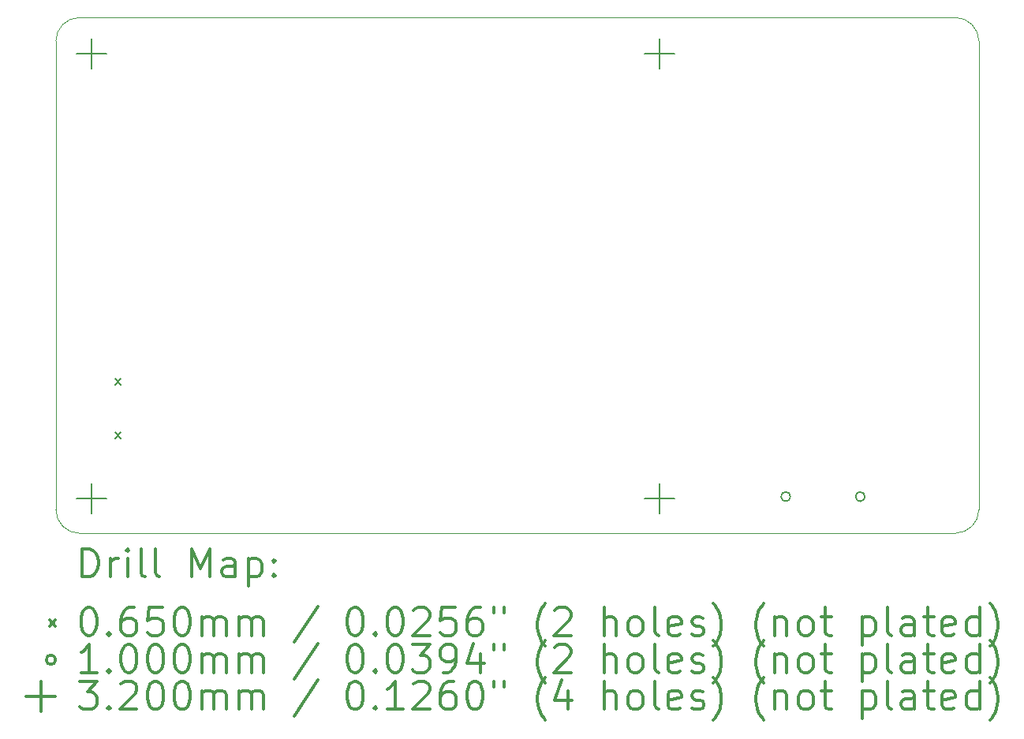
<source format=gbr>
%FSLAX45Y45*%
G04 Gerber Fmt 4.5, Leading zero omitted, Abs format (unit mm)*
G04 Created by KiCad (PCBNEW (5.1.10)-1) date 2022-01-24 19:44:06*
%MOMM*%
%LPD*%
G01*
G04 APERTURE LIST*
%TA.AperFunction,Profile*%
%ADD10C,0.050000*%
%TD*%
%ADD11C,0.200000*%
%ADD12C,0.300000*%
G04 APERTURE END LIST*
D10*
X12446000Y-7156450D02*
X12446000Y-12185650D01*
X2794000Y-12439650D02*
G75*
G02*
X2540000Y-12185650I0J254000D01*
G01*
X12192000Y-12439650D02*
G75*
G03*
X12446000Y-12185650I0J254000D01*
G01*
X2540000Y-12185650D02*
X2540000Y-7156450D01*
X2540000Y-7156450D02*
G75*
G02*
X2794000Y-6902450I254000J0D01*
G01*
X12192000Y-12439650D02*
X2794000Y-12439650D01*
X12192000Y-6902450D02*
G75*
G02*
X12446000Y-7156450I0J-254000D01*
G01*
X2794000Y-6902450D02*
X12192000Y-6902450D01*
D11*
X3173900Y-10778300D02*
X3238900Y-10843300D01*
X3238900Y-10778300D02*
X3173900Y-10843300D01*
X3173900Y-11356300D02*
X3238900Y-11421300D01*
X3238900Y-11356300D02*
X3173900Y-11421300D01*
X10423000Y-12046200D02*
G75*
G03*
X10423000Y-12046200I-50000J0D01*
G01*
X11223000Y-12046200D02*
G75*
G03*
X11223000Y-12046200I-50000J0D01*
G01*
X2921000Y-7129800D02*
X2921000Y-7449800D01*
X2761000Y-7289800D02*
X3081000Y-7289800D01*
X2921000Y-11905000D02*
X2921000Y-12225000D01*
X2761000Y-12065000D02*
X3081000Y-12065000D01*
X9017000Y-7129800D02*
X9017000Y-7449800D01*
X8857000Y-7289800D02*
X9177000Y-7289800D01*
X9017000Y-11905000D02*
X9017000Y-12225000D01*
X8857000Y-12065000D02*
X9177000Y-12065000D01*
D12*
X2823928Y-12907864D02*
X2823928Y-12607864D01*
X2895357Y-12607864D01*
X2938214Y-12622150D01*
X2966786Y-12650721D01*
X2981071Y-12679293D01*
X2995357Y-12736436D01*
X2995357Y-12779293D01*
X2981071Y-12836436D01*
X2966786Y-12865007D01*
X2938214Y-12893579D01*
X2895357Y-12907864D01*
X2823928Y-12907864D01*
X3123928Y-12907864D02*
X3123928Y-12707864D01*
X3123928Y-12765007D02*
X3138214Y-12736436D01*
X3152500Y-12722150D01*
X3181071Y-12707864D01*
X3209643Y-12707864D01*
X3309643Y-12907864D02*
X3309643Y-12707864D01*
X3309643Y-12607864D02*
X3295357Y-12622150D01*
X3309643Y-12636436D01*
X3323928Y-12622150D01*
X3309643Y-12607864D01*
X3309643Y-12636436D01*
X3495357Y-12907864D02*
X3466786Y-12893579D01*
X3452500Y-12865007D01*
X3452500Y-12607864D01*
X3652500Y-12907864D02*
X3623928Y-12893579D01*
X3609643Y-12865007D01*
X3609643Y-12607864D01*
X3995357Y-12907864D02*
X3995357Y-12607864D01*
X4095357Y-12822150D01*
X4195357Y-12607864D01*
X4195357Y-12907864D01*
X4466786Y-12907864D02*
X4466786Y-12750721D01*
X4452500Y-12722150D01*
X4423928Y-12707864D01*
X4366786Y-12707864D01*
X4338214Y-12722150D01*
X4466786Y-12893579D02*
X4438214Y-12907864D01*
X4366786Y-12907864D01*
X4338214Y-12893579D01*
X4323928Y-12865007D01*
X4323928Y-12836436D01*
X4338214Y-12807864D01*
X4366786Y-12793579D01*
X4438214Y-12793579D01*
X4466786Y-12779293D01*
X4609643Y-12707864D02*
X4609643Y-13007864D01*
X4609643Y-12722150D02*
X4638214Y-12707864D01*
X4695357Y-12707864D01*
X4723928Y-12722150D01*
X4738214Y-12736436D01*
X4752500Y-12765007D01*
X4752500Y-12850721D01*
X4738214Y-12879293D01*
X4723928Y-12893579D01*
X4695357Y-12907864D01*
X4638214Y-12907864D01*
X4609643Y-12893579D01*
X4881071Y-12879293D02*
X4895357Y-12893579D01*
X4881071Y-12907864D01*
X4866786Y-12893579D01*
X4881071Y-12879293D01*
X4881071Y-12907864D01*
X4881071Y-12722150D02*
X4895357Y-12736436D01*
X4881071Y-12750721D01*
X4866786Y-12736436D01*
X4881071Y-12722150D01*
X4881071Y-12750721D01*
X2472500Y-13369650D02*
X2537500Y-13434650D01*
X2537500Y-13369650D02*
X2472500Y-13434650D01*
X2881071Y-13237864D02*
X2909643Y-13237864D01*
X2938214Y-13252150D01*
X2952500Y-13266436D01*
X2966786Y-13295007D01*
X2981071Y-13352150D01*
X2981071Y-13423579D01*
X2966786Y-13480721D01*
X2952500Y-13509293D01*
X2938214Y-13523579D01*
X2909643Y-13537864D01*
X2881071Y-13537864D01*
X2852500Y-13523579D01*
X2838214Y-13509293D01*
X2823928Y-13480721D01*
X2809643Y-13423579D01*
X2809643Y-13352150D01*
X2823928Y-13295007D01*
X2838214Y-13266436D01*
X2852500Y-13252150D01*
X2881071Y-13237864D01*
X3109643Y-13509293D02*
X3123928Y-13523579D01*
X3109643Y-13537864D01*
X3095357Y-13523579D01*
X3109643Y-13509293D01*
X3109643Y-13537864D01*
X3381071Y-13237864D02*
X3323928Y-13237864D01*
X3295357Y-13252150D01*
X3281071Y-13266436D01*
X3252500Y-13309293D01*
X3238214Y-13366436D01*
X3238214Y-13480721D01*
X3252500Y-13509293D01*
X3266786Y-13523579D01*
X3295357Y-13537864D01*
X3352500Y-13537864D01*
X3381071Y-13523579D01*
X3395357Y-13509293D01*
X3409643Y-13480721D01*
X3409643Y-13409293D01*
X3395357Y-13380721D01*
X3381071Y-13366436D01*
X3352500Y-13352150D01*
X3295357Y-13352150D01*
X3266786Y-13366436D01*
X3252500Y-13380721D01*
X3238214Y-13409293D01*
X3681071Y-13237864D02*
X3538214Y-13237864D01*
X3523928Y-13380721D01*
X3538214Y-13366436D01*
X3566786Y-13352150D01*
X3638214Y-13352150D01*
X3666786Y-13366436D01*
X3681071Y-13380721D01*
X3695357Y-13409293D01*
X3695357Y-13480721D01*
X3681071Y-13509293D01*
X3666786Y-13523579D01*
X3638214Y-13537864D01*
X3566786Y-13537864D01*
X3538214Y-13523579D01*
X3523928Y-13509293D01*
X3881071Y-13237864D02*
X3909643Y-13237864D01*
X3938214Y-13252150D01*
X3952500Y-13266436D01*
X3966786Y-13295007D01*
X3981071Y-13352150D01*
X3981071Y-13423579D01*
X3966786Y-13480721D01*
X3952500Y-13509293D01*
X3938214Y-13523579D01*
X3909643Y-13537864D01*
X3881071Y-13537864D01*
X3852500Y-13523579D01*
X3838214Y-13509293D01*
X3823928Y-13480721D01*
X3809643Y-13423579D01*
X3809643Y-13352150D01*
X3823928Y-13295007D01*
X3838214Y-13266436D01*
X3852500Y-13252150D01*
X3881071Y-13237864D01*
X4109643Y-13537864D02*
X4109643Y-13337864D01*
X4109643Y-13366436D02*
X4123928Y-13352150D01*
X4152500Y-13337864D01*
X4195357Y-13337864D01*
X4223928Y-13352150D01*
X4238214Y-13380721D01*
X4238214Y-13537864D01*
X4238214Y-13380721D02*
X4252500Y-13352150D01*
X4281071Y-13337864D01*
X4323928Y-13337864D01*
X4352500Y-13352150D01*
X4366786Y-13380721D01*
X4366786Y-13537864D01*
X4509643Y-13537864D02*
X4509643Y-13337864D01*
X4509643Y-13366436D02*
X4523928Y-13352150D01*
X4552500Y-13337864D01*
X4595357Y-13337864D01*
X4623928Y-13352150D01*
X4638214Y-13380721D01*
X4638214Y-13537864D01*
X4638214Y-13380721D02*
X4652500Y-13352150D01*
X4681071Y-13337864D01*
X4723928Y-13337864D01*
X4752500Y-13352150D01*
X4766786Y-13380721D01*
X4766786Y-13537864D01*
X5352500Y-13223579D02*
X5095357Y-13609293D01*
X5738214Y-13237864D02*
X5766786Y-13237864D01*
X5795357Y-13252150D01*
X5809643Y-13266436D01*
X5823928Y-13295007D01*
X5838214Y-13352150D01*
X5838214Y-13423579D01*
X5823928Y-13480721D01*
X5809643Y-13509293D01*
X5795357Y-13523579D01*
X5766786Y-13537864D01*
X5738214Y-13537864D01*
X5709643Y-13523579D01*
X5695357Y-13509293D01*
X5681071Y-13480721D01*
X5666786Y-13423579D01*
X5666786Y-13352150D01*
X5681071Y-13295007D01*
X5695357Y-13266436D01*
X5709643Y-13252150D01*
X5738214Y-13237864D01*
X5966786Y-13509293D02*
X5981071Y-13523579D01*
X5966786Y-13537864D01*
X5952500Y-13523579D01*
X5966786Y-13509293D01*
X5966786Y-13537864D01*
X6166786Y-13237864D02*
X6195357Y-13237864D01*
X6223928Y-13252150D01*
X6238214Y-13266436D01*
X6252500Y-13295007D01*
X6266786Y-13352150D01*
X6266786Y-13423579D01*
X6252500Y-13480721D01*
X6238214Y-13509293D01*
X6223928Y-13523579D01*
X6195357Y-13537864D01*
X6166786Y-13537864D01*
X6138214Y-13523579D01*
X6123928Y-13509293D01*
X6109643Y-13480721D01*
X6095357Y-13423579D01*
X6095357Y-13352150D01*
X6109643Y-13295007D01*
X6123928Y-13266436D01*
X6138214Y-13252150D01*
X6166786Y-13237864D01*
X6381071Y-13266436D02*
X6395357Y-13252150D01*
X6423928Y-13237864D01*
X6495357Y-13237864D01*
X6523928Y-13252150D01*
X6538214Y-13266436D01*
X6552500Y-13295007D01*
X6552500Y-13323579D01*
X6538214Y-13366436D01*
X6366786Y-13537864D01*
X6552500Y-13537864D01*
X6823928Y-13237864D02*
X6681071Y-13237864D01*
X6666786Y-13380721D01*
X6681071Y-13366436D01*
X6709643Y-13352150D01*
X6781071Y-13352150D01*
X6809643Y-13366436D01*
X6823928Y-13380721D01*
X6838214Y-13409293D01*
X6838214Y-13480721D01*
X6823928Y-13509293D01*
X6809643Y-13523579D01*
X6781071Y-13537864D01*
X6709643Y-13537864D01*
X6681071Y-13523579D01*
X6666786Y-13509293D01*
X7095357Y-13237864D02*
X7038214Y-13237864D01*
X7009643Y-13252150D01*
X6995357Y-13266436D01*
X6966786Y-13309293D01*
X6952500Y-13366436D01*
X6952500Y-13480721D01*
X6966786Y-13509293D01*
X6981071Y-13523579D01*
X7009643Y-13537864D01*
X7066786Y-13537864D01*
X7095357Y-13523579D01*
X7109643Y-13509293D01*
X7123928Y-13480721D01*
X7123928Y-13409293D01*
X7109643Y-13380721D01*
X7095357Y-13366436D01*
X7066786Y-13352150D01*
X7009643Y-13352150D01*
X6981071Y-13366436D01*
X6966786Y-13380721D01*
X6952500Y-13409293D01*
X7238214Y-13237864D02*
X7238214Y-13295007D01*
X7352500Y-13237864D02*
X7352500Y-13295007D01*
X7795357Y-13652150D02*
X7781071Y-13637864D01*
X7752500Y-13595007D01*
X7738214Y-13566436D01*
X7723928Y-13523579D01*
X7709643Y-13452150D01*
X7709643Y-13395007D01*
X7723928Y-13323579D01*
X7738214Y-13280721D01*
X7752500Y-13252150D01*
X7781071Y-13209293D01*
X7795357Y-13195007D01*
X7895357Y-13266436D02*
X7909643Y-13252150D01*
X7938214Y-13237864D01*
X8009643Y-13237864D01*
X8038214Y-13252150D01*
X8052500Y-13266436D01*
X8066786Y-13295007D01*
X8066786Y-13323579D01*
X8052500Y-13366436D01*
X7881071Y-13537864D01*
X8066786Y-13537864D01*
X8423928Y-13537864D02*
X8423928Y-13237864D01*
X8552500Y-13537864D02*
X8552500Y-13380721D01*
X8538214Y-13352150D01*
X8509643Y-13337864D01*
X8466786Y-13337864D01*
X8438214Y-13352150D01*
X8423928Y-13366436D01*
X8738214Y-13537864D02*
X8709643Y-13523579D01*
X8695357Y-13509293D01*
X8681071Y-13480721D01*
X8681071Y-13395007D01*
X8695357Y-13366436D01*
X8709643Y-13352150D01*
X8738214Y-13337864D01*
X8781071Y-13337864D01*
X8809643Y-13352150D01*
X8823928Y-13366436D01*
X8838214Y-13395007D01*
X8838214Y-13480721D01*
X8823928Y-13509293D01*
X8809643Y-13523579D01*
X8781071Y-13537864D01*
X8738214Y-13537864D01*
X9009643Y-13537864D02*
X8981071Y-13523579D01*
X8966786Y-13495007D01*
X8966786Y-13237864D01*
X9238214Y-13523579D02*
X9209643Y-13537864D01*
X9152500Y-13537864D01*
X9123928Y-13523579D01*
X9109643Y-13495007D01*
X9109643Y-13380721D01*
X9123928Y-13352150D01*
X9152500Y-13337864D01*
X9209643Y-13337864D01*
X9238214Y-13352150D01*
X9252500Y-13380721D01*
X9252500Y-13409293D01*
X9109643Y-13437864D01*
X9366786Y-13523579D02*
X9395357Y-13537864D01*
X9452500Y-13537864D01*
X9481071Y-13523579D01*
X9495357Y-13495007D01*
X9495357Y-13480721D01*
X9481071Y-13452150D01*
X9452500Y-13437864D01*
X9409643Y-13437864D01*
X9381071Y-13423579D01*
X9366786Y-13395007D01*
X9366786Y-13380721D01*
X9381071Y-13352150D01*
X9409643Y-13337864D01*
X9452500Y-13337864D01*
X9481071Y-13352150D01*
X9595357Y-13652150D02*
X9609643Y-13637864D01*
X9638214Y-13595007D01*
X9652500Y-13566436D01*
X9666786Y-13523579D01*
X9681071Y-13452150D01*
X9681071Y-13395007D01*
X9666786Y-13323579D01*
X9652500Y-13280721D01*
X9638214Y-13252150D01*
X9609643Y-13209293D01*
X9595357Y-13195007D01*
X10138214Y-13652150D02*
X10123928Y-13637864D01*
X10095357Y-13595007D01*
X10081071Y-13566436D01*
X10066786Y-13523579D01*
X10052500Y-13452150D01*
X10052500Y-13395007D01*
X10066786Y-13323579D01*
X10081071Y-13280721D01*
X10095357Y-13252150D01*
X10123928Y-13209293D01*
X10138214Y-13195007D01*
X10252500Y-13337864D02*
X10252500Y-13537864D01*
X10252500Y-13366436D02*
X10266786Y-13352150D01*
X10295357Y-13337864D01*
X10338214Y-13337864D01*
X10366786Y-13352150D01*
X10381071Y-13380721D01*
X10381071Y-13537864D01*
X10566786Y-13537864D02*
X10538214Y-13523579D01*
X10523928Y-13509293D01*
X10509643Y-13480721D01*
X10509643Y-13395007D01*
X10523928Y-13366436D01*
X10538214Y-13352150D01*
X10566786Y-13337864D01*
X10609643Y-13337864D01*
X10638214Y-13352150D01*
X10652500Y-13366436D01*
X10666786Y-13395007D01*
X10666786Y-13480721D01*
X10652500Y-13509293D01*
X10638214Y-13523579D01*
X10609643Y-13537864D01*
X10566786Y-13537864D01*
X10752500Y-13337864D02*
X10866786Y-13337864D01*
X10795357Y-13237864D02*
X10795357Y-13495007D01*
X10809643Y-13523579D01*
X10838214Y-13537864D01*
X10866786Y-13537864D01*
X11195357Y-13337864D02*
X11195357Y-13637864D01*
X11195357Y-13352150D02*
X11223928Y-13337864D01*
X11281071Y-13337864D01*
X11309643Y-13352150D01*
X11323928Y-13366436D01*
X11338214Y-13395007D01*
X11338214Y-13480721D01*
X11323928Y-13509293D01*
X11309643Y-13523579D01*
X11281071Y-13537864D01*
X11223928Y-13537864D01*
X11195357Y-13523579D01*
X11509643Y-13537864D02*
X11481071Y-13523579D01*
X11466786Y-13495007D01*
X11466786Y-13237864D01*
X11752500Y-13537864D02*
X11752500Y-13380721D01*
X11738214Y-13352150D01*
X11709643Y-13337864D01*
X11652500Y-13337864D01*
X11623928Y-13352150D01*
X11752500Y-13523579D02*
X11723928Y-13537864D01*
X11652500Y-13537864D01*
X11623928Y-13523579D01*
X11609643Y-13495007D01*
X11609643Y-13466436D01*
X11623928Y-13437864D01*
X11652500Y-13423579D01*
X11723928Y-13423579D01*
X11752500Y-13409293D01*
X11852500Y-13337864D02*
X11966786Y-13337864D01*
X11895357Y-13237864D02*
X11895357Y-13495007D01*
X11909643Y-13523579D01*
X11938214Y-13537864D01*
X11966786Y-13537864D01*
X12181071Y-13523579D02*
X12152500Y-13537864D01*
X12095357Y-13537864D01*
X12066786Y-13523579D01*
X12052500Y-13495007D01*
X12052500Y-13380721D01*
X12066786Y-13352150D01*
X12095357Y-13337864D01*
X12152500Y-13337864D01*
X12181071Y-13352150D01*
X12195357Y-13380721D01*
X12195357Y-13409293D01*
X12052500Y-13437864D01*
X12452500Y-13537864D02*
X12452500Y-13237864D01*
X12452500Y-13523579D02*
X12423928Y-13537864D01*
X12366786Y-13537864D01*
X12338214Y-13523579D01*
X12323928Y-13509293D01*
X12309643Y-13480721D01*
X12309643Y-13395007D01*
X12323928Y-13366436D01*
X12338214Y-13352150D01*
X12366786Y-13337864D01*
X12423928Y-13337864D01*
X12452500Y-13352150D01*
X12566786Y-13652150D02*
X12581071Y-13637864D01*
X12609643Y-13595007D01*
X12623928Y-13566436D01*
X12638214Y-13523579D01*
X12652500Y-13452150D01*
X12652500Y-13395007D01*
X12638214Y-13323579D01*
X12623928Y-13280721D01*
X12609643Y-13252150D01*
X12581071Y-13209293D01*
X12566786Y-13195007D01*
X2537500Y-13798150D02*
G75*
G03*
X2537500Y-13798150I-50000J0D01*
G01*
X2981071Y-13933864D02*
X2809643Y-13933864D01*
X2895357Y-13933864D02*
X2895357Y-13633864D01*
X2866786Y-13676721D01*
X2838214Y-13705293D01*
X2809643Y-13719579D01*
X3109643Y-13905293D02*
X3123928Y-13919579D01*
X3109643Y-13933864D01*
X3095357Y-13919579D01*
X3109643Y-13905293D01*
X3109643Y-13933864D01*
X3309643Y-13633864D02*
X3338214Y-13633864D01*
X3366786Y-13648150D01*
X3381071Y-13662436D01*
X3395357Y-13691007D01*
X3409643Y-13748150D01*
X3409643Y-13819579D01*
X3395357Y-13876721D01*
X3381071Y-13905293D01*
X3366786Y-13919579D01*
X3338214Y-13933864D01*
X3309643Y-13933864D01*
X3281071Y-13919579D01*
X3266786Y-13905293D01*
X3252500Y-13876721D01*
X3238214Y-13819579D01*
X3238214Y-13748150D01*
X3252500Y-13691007D01*
X3266786Y-13662436D01*
X3281071Y-13648150D01*
X3309643Y-13633864D01*
X3595357Y-13633864D02*
X3623928Y-13633864D01*
X3652500Y-13648150D01*
X3666786Y-13662436D01*
X3681071Y-13691007D01*
X3695357Y-13748150D01*
X3695357Y-13819579D01*
X3681071Y-13876721D01*
X3666786Y-13905293D01*
X3652500Y-13919579D01*
X3623928Y-13933864D01*
X3595357Y-13933864D01*
X3566786Y-13919579D01*
X3552500Y-13905293D01*
X3538214Y-13876721D01*
X3523928Y-13819579D01*
X3523928Y-13748150D01*
X3538214Y-13691007D01*
X3552500Y-13662436D01*
X3566786Y-13648150D01*
X3595357Y-13633864D01*
X3881071Y-13633864D02*
X3909643Y-13633864D01*
X3938214Y-13648150D01*
X3952500Y-13662436D01*
X3966786Y-13691007D01*
X3981071Y-13748150D01*
X3981071Y-13819579D01*
X3966786Y-13876721D01*
X3952500Y-13905293D01*
X3938214Y-13919579D01*
X3909643Y-13933864D01*
X3881071Y-13933864D01*
X3852500Y-13919579D01*
X3838214Y-13905293D01*
X3823928Y-13876721D01*
X3809643Y-13819579D01*
X3809643Y-13748150D01*
X3823928Y-13691007D01*
X3838214Y-13662436D01*
X3852500Y-13648150D01*
X3881071Y-13633864D01*
X4109643Y-13933864D02*
X4109643Y-13733864D01*
X4109643Y-13762436D02*
X4123928Y-13748150D01*
X4152500Y-13733864D01*
X4195357Y-13733864D01*
X4223928Y-13748150D01*
X4238214Y-13776721D01*
X4238214Y-13933864D01*
X4238214Y-13776721D02*
X4252500Y-13748150D01*
X4281071Y-13733864D01*
X4323928Y-13733864D01*
X4352500Y-13748150D01*
X4366786Y-13776721D01*
X4366786Y-13933864D01*
X4509643Y-13933864D02*
X4509643Y-13733864D01*
X4509643Y-13762436D02*
X4523928Y-13748150D01*
X4552500Y-13733864D01*
X4595357Y-13733864D01*
X4623928Y-13748150D01*
X4638214Y-13776721D01*
X4638214Y-13933864D01*
X4638214Y-13776721D02*
X4652500Y-13748150D01*
X4681071Y-13733864D01*
X4723928Y-13733864D01*
X4752500Y-13748150D01*
X4766786Y-13776721D01*
X4766786Y-13933864D01*
X5352500Y-13619579D02*
X5095357Y-14005293D01*
X5738214Y-13633864D02*
X5766786Y-13633864D01*
X5795357Y-13648150D01*
X5809643Y-13662436D01*
X5823928Y-13691007D01*
X5838214Y-13748150D01*
X5838214Y-13819579D01*
X5823928Y-13876721D01*
X5809643Y-13905293D01*
X5795357Y-13919579D01*
X5766786Y-13933864D01*
X5738214Y-13933864D01*
X5709643Y-13919579D01*
X5695357Y-13905293D01*
X5681071Y-13876721D01*
X5666786Y-13819579D01*
X5666786Y-13748150D01*
X5681071Y-13691007D01*
X5695357Y-13662436D01*
X5709643Y-13648150D01*
X5738214Y-13633864D01*
X5966786Y-13905293D02*
X5981071Y-13919579D01*
X5966786Y-13933864D01*
X5952500Y-13919579D01*
X5966786Y-13905293D01*
X5966786Y-13933864D01*
X6166786Y-13633864D02*
X6195357Y-13633864D01*
X6223928Y-13648150D01*
X6238214Y-13662436D01*
X6252500Y-13691007D01*
X6266786Y-13748150D01*
X6266786Y-13819579D01*
X6252500Y-13876721D01*
X6238214Y-13905293D01*
X6223928Y-13919579D01*
X6195357Y-13933864D01*
X6166786Y-13933864D01*
X6138214Y-13919579D01*
X6123928Y-13905293D01*
X6109643Y-13876721D01*
X6095357Y-13819579D01*
X6095357Y-13748150D01*
X6109643Y-13691007D01*
X6123928Y-13662436D01*
X6138214Y-13648150D01*
X6166786Y-13633864D01*
X6366786Y-13633864D02*
X6552500Y-13633864D01*
X6452500Y-13748150D01*
X6495357Y-13748150D01*
X6523928Y-13762436D01*
X6538214Y-13776721D01*
X6552500Y-13805293D01*
X6552500Y-13876721D01*
X6538214Y-13905293D01*
X6523928Y-13919579D01*
X6495357Y-13933864D01*
X6409643Y-13933864D01*
X6381071Y-13919579D01*
X6366786Y-13905293D01*
X6695357Y-13933864D02*
X6752500Y-13933864D01*
X6781071Y-13919579D01*
X6795357Y-13905293D01*
X6823928Y-13862436D01*
X6838214Y-13805293D01*
X6838214Y-13691007D01*
X6823928Y-13662436D01*
X6809643Y-13648150D01*
X6781071Y-13633864D01*
X6723928Y-13633864D01*
X6695357Y-13648150D01*
X6681071Y-13662436D01*
X6666786Y-13691007D01*
X6666786Y-13762436D01*
X6681071Y-13791007D01*
X6695357Y-13805293D01*
X6723928Y-13819579D01*
X6781071Y-13819579D01*
X6809643Y-13805293D01*
X6823928Y-13791007D01*
X6838214Y-13762436D01*
X7095357Y-13733864D02*
X7095357Y-13933864D01*
X7023928Y-13619579D02*
X6952500Y-13833864D01*
X7138214Y-13833864D01*
X7238214Y-13633864D02*
X7238214Y-13691007D01*
X7352500Y-13633864D02*
X7352500Y-13691007D01*
X7795357Y-14048150D02*
X7781071Y-14033864D01*
X7752500Y-13991007D01*
X7738214Y-13962436D01*
X7723928Y-13919579D01*
X7709643Y-13848150D01*
X7709643Y-13791007D01*
X7723928Y-13719579D01*
X7738214Y-13676721D01*
X7752500Y-13648150D01*
X7781071Y-13605293D01*
X7795357Y-13591007D01*
X7895357Y-13662436D02*
X7909643Y-13648150D01*
X7938214Y-13633864D01*
X8009643Y-13633864D01*
X8038214Y-13648150D01*
X8052500Y-13662436D01*
X8066786Y-13691007D01*
X8066786Y-13719579D01*
X8052500Y-13762436D01*
X7881071Y-13933864D01*
X8066786Y-13933864D01*
X8423928Y-13933864D02*
X8423928Y-13633864D01*
X8552500Y-13933864D02*
X8552500Y-13776721D01*
X8538214Y-13748150D01*
X8509643Y-13733864D01*
X8466786Y-13733864D01*
X8438214Y-13748150D01*
X8423928Y-13762436D01*
X8738214Y-13933864D02*
X8709643Y-13919579D01*
X8695357Y-13905293D01*
X8681071Y-13876721D01*
X8681071Y-13791007D01*
X8695357Y-13762436D01*
X8709643Y-13748150D01*
X8738214Y-13733864D01*
X8781071Y-13733864D01*
X8809643Y-13748150D01*
X8823928Y-13762436D01*
X8838214Y-13791007D01*
X8838214Y-13876721D01*
X8823928Y-13905293D01*
X8809643Y-13919579D01*
X8781071Y-13933864D01*
X8738214Y-13933864D01*
X9009643Y-13933864D02*
X8981071Y-13919579D01*
X8966786Y-13891007D01*
X8966786Y-13633864D01*
X9238214Y-13919579D02*
X9209643Y-13933864D01*
X9152500Y-13933864D01*
X9123928Y-13919579D01*
X9109643Y-13891007D01*
X9109643Y-13776721D01*
X9123928Y-13748150D01*
X9152500Y-13733864D01*
X9209643Y-13733864D01*
X9238214Y-13748150D01*
X9252500Y-13776721D01*
X9252500Y-13805293D01*
X9109643Y-13833864D01*
X9366786Y-13919579D02*
X9395357Y-13933864D01*
X9452500Y-13933864D01*
X9481071Y-13919579D01*
X9495357Y-13891007D01*
X9495357Y-13876721D01*
X9481071Y-13848150D01*
X9452500Y-13833864D01*
X9409643Y-13833864D01*
X9381071Y-13819579D01*
X9366786Y-13791007D01*
X9366786Y-13776721D01*
X9381071Y-13748150D01*
X9409643Y-13733864D01*
X9452500Y-13733864D01*
X9481071Y-13748150D01*
X9595357Y-14048150D02*
X9609643Y-14033864D01*
X9638214Y-13991007D01*
X9652500Y-13962436D01*
X9666786Y-13919579D01*
X9681071Y-13848150D01*
X9681071Y-13791007D01*
X9666786Y-13719579D01*
X9652500Y-13676721D01*
X9638214Y-13648150D01*
X9609643Y-13605293D01*
X9595357Y-13591007D01*
X10138214Y-14048150D02*
X10123928Y-14033864D01*
X10095357Y-13991007D01*
X10081071Y-13962436D01*
X10066786Y-13919579D01*
X10052500Y-13848150D01*
X10052500Y-13791007D01*
X10066786Y-13719579D01*
X10081071Y-13676721D01*
X10095357Y-13648150D01*
X10123928Y-13605293D01*
X10138214Y-13591007D01*
X10252500Y-13733864D02*
X10252500Y-13933864D01*
X10252500Y-13762436D02*
X10266786Y-13748150D01*
X10295357Y-13733864D01*
X10338214Y-13733864D01*
X10366786Y-13748150D01*
X10381071Y-13776721D01*
X10381071Y-13933864D01*
X10566786Y-13933864D02*
X10538214Y-13919579D01*
X10523928Y-13905293D01*
X10509643Y-13876721D01*
X10509643Y-13791007D01*
X10523928Y-13762436D01*
X10538214Y-13748150D01*
X10566786Y-13733864D01*
X10609643Y-13733864D01*
X10638214Y-13748150D01*
X10652500Y-13762436D01*
X10666786Y-13791007D01*
X10666786Y-13876721D01*
X10652500Y-13905293D01*
X10638214Y-13919579D01*
X10609643Y-13933864D01*
X10566786Y-13933864D01*
X10752500Y-13733864D02*
X10866786Y-13733864D01*
X10795357Y-13633864D02*
X10795357Y-13891007D01*
X10809643Y-13919579D01*
X10838214Y-13933864D01*
X10866786Y-13933864D01*
X11195357Y-13733864D02*
X11195357Y-14033864D01*
X11195357Y-13748150D02*
X11223928Y-13733864D01*
X11281071Y-13733864D01*
X11309643Y-13748150D01*
X11323928Y-13762436D01*
X11338214Y-13791007D01*
X11338214Y-13876721D01*
X11323928Y-13905293D01*
X11309643Y-13919579D01*
X11281071Y-13933864D01*
X11223928Y-13933864D01*
X11195357Y-13919579D01*
X11509643Y-13933864D02*
X11481071Y-13919579D01*
X11466786Y-13891007D01*
X11466786Y-13633864D01*
X11752500Y-13933864D02*
X11752500Y-13776721D01*
X11738214Y-13748150D01*
X11709643Y-13733864D01*
X11652500Y-13733864D01*
X11623928Y-13748150D01*
X11752500Y-13919579D02*
X11723928Y-13933864D01*
X11652500Y-13933864D01*
X11623928Y-13919579D01*
X11609643Y-13891007D01*
X11609643Y-13862436D01*
X11623928Y-13833864D01*
X11652500Y-13819579D01*
X11723928Y-13819579D01*
X11752500Y-13805293D01*
X11852500Y-13733864D02*
X11966786Y-13733864D01*
X11895357Y-13633864D02*
X11895357Y-13891007D01*
X11909643Y-13919579D01*
X11938214Y-13933864D01*
X11966786Y-13933864D01*
X12181071Y-13919579D02*
X12152500Y-13933864D01*
X12095357Y-13933864D01*
X12066786Y-13919579D01*
X12052500Y-13891007D01*
X12052500Y-13776721D01*
X12066786Y-13748150D01*
X12095357Y-13733864D01*
X12152500Y-13733864D01*
X12181071Y-13748150D01*
X12195357Y-13776721D01*
X12195357Y-13805293D01*
X12052500Y-13833864D01*
X12452500Y-13933864D02*
X12452500Y-13633864D01*
X12452500Y-13919579D02*
X12423928Y-13933864D01*
X12366786Y-13933864D01*
X12338214Y-13919579D01*
X12323928Y-13905293D01*
X12309643Y-13876721D01*
X12309643Y-13791007D01*
X12323928Y-13762436D01*
X12338214Y-13748150D01*
X12366786Y-13733864D01*
X12423928Y-13733864D01*
X12452500Y-13748150D01*
X12566786Y-14048150D02*
X12581071Y-14033864D01*
X12609643Y-13991007D01*
X12623928Y-13962436D01*
X12638214Y-13919579D01*
X12652500Y-13848150D01*
X12652500Y-13791007D01*
X12638214Y-13719579D01*
X12623928Y-13676721D01*
X12609643Y-13648150D01*
X12581071Y-13605293D01*
X12566786Y-13591007D01*
X2377500Y-14034150D02*
X2377500Y-14354150D01*
X2217500Y-14194150D02*
X2537500Y-14194150D01*
X2795357Y-14029864D02*
X2981071Y-14029864D01*
X2881071Y-14144150D01*
X2923928Y-14144150D01*
X2952500Y-14158436D01*
X2966786Y-14172721D01*
X2981071Y-14201293D01*
X2981071Y-14272721D01*
X2966786Y-14301293D01*
X2952500Y-14315579D01*
X2923928Y-14329864D01*
X2838214Y-14329864D01*
X2809643Y-14315579D01*
X2795357Y-14301293D01*
X3109643Y-14301293D02*
X3123928Y-14315579D01*
X3109643Y-14329864D01*
X3095357Y-14315579D01*
X3109643Y-14301293D01*
X3109643Y-14329864D01*
X3238214Y-14058436D02*
X3252500Y-14044150D01*
X3281071Y-14029864D01*
X3352500Y-14029864D01*
X3381071Y-14044150D01*
X3395357Y-14058436D01*
X3409643Y-14087007D01*
X3409643Y-14115579D01*
X3395357Y-14158436D01*
X3223928Y-14329864D01*
X3409643Y-14329864D01*
X3595357Y-14029864D02*
X3623928Y-14029864D01*
X3652500Y-14044150D01*
X3666786Y-14058436D01*
X3681071Y-14087007D01*
X3695357Y-14144150D01*
X3695357Y-14215579D01*
X3681071Y-14272721D01*
X3666786Y-14301293D01*
X3652500Y-14315579D01*
X3623928Y-14329864D01*
X3595357Y-14329864D01*
X3566786Y-14315579D01*
X3552500Y-14301293D01*
X3538214Y-14272721D01*
X3523928Y-14215579D01*
X3523928Y-14144150D01*
X3538214Y-14087007D01*
X3552500Y-14058436D01*
X3566786Y-14044150D01*
X3595357Y-14029864D01*
X3881071Y-14029864D02*
X3909643Y-14029864D01*
X3938214Y-14044150D01*
X3952500Y-14058436D01*
X3966786Y-14087007D01*
X3981071Y-14144150D01*
X3981071Y-14215579D01*
X3966786Y-14272721D01*
X3952500Y-14301293D01*
X3938214Y-14315579D01*
X3909643Y-14329864D01*
X3881071Y-14329864D01*
X3852500Y-14315579D01*
X3838214Y-14301293D01*
X3823928Y-14272721D01*
X3809643Y-14215579D01*
X3809643Y-14144150D01*
X3823928Y-14087007D01*
X3838214Y-14058436D01*
X3852500Y-14044150D01*
X3881071Y-14029864D01*
X4109643Y-14329864D02*
X4109643Y-14129864D01*
X4109643Y-14158436D02*
X4123928Y-14144150D01*
X4152500Y-14129864D01*
X4195357Y-14129864D01*
X4223928Y-14144150D01*
X4238214Y-14172721D01*
X4238214Y-14329864D01*
X4238214Y-14172721D02*
X4252500Y-14144150D01*
X4281071Y-14129864D01*
X4323928Y-14129864D01*
X4352500Y-14144150D01*
X4366786Y-14172721D01*
X4366786Y-14329864D01*
X4509643Y-14329864D02*
X4509643Y-14129864D01*
X4509643Y-14158436D02*
X4523928Y-14144150D01*
X4552500Y-14129864D01*
X4595357Y-14129864D01*
X4623928Y-14144150D01*
X4638214Y-14172721D01*
X4638214Y-14329864D01*
X4638214Y-14172721D02*
X4652500Y-14144150D01*
X4681071Y-14129864D01*
X4723928Y-14129864D01*
X4752500Y-14144150D01*
X4766786Y-14172721D01*
X4766786Y-14329864D01*
X5352500Y-14015579D02*
X5095357Y-14401293D01*
X5738214Y-14029864D02*
X5766786Y-14029864D01*
X5795357Y-14044150D01*
X5809643Y-14058436D01*
X5823928Y-14087007D01*
X5838214Y-14144150D01*
X5838214Y-14215579D01*
X5823928Y-14272721D01*
X5809643Y-14301293D01*
X5795357Y-14315579D01*
X5766786Y-14329864D01*
X5738214Y-14329864D01*
X5709643Y-14315579D01*
X5695357Y-14301293D01*
X5681071Y-14272721D01*
X5666786Y-14215579D01*
X5666786Y-14144150D01*
X5681071Y-14087007D01*
X5695357Y-14058436D01*
X5709643Y-14044150D01*
X5738214Y-14029864D01*
X5966786Y-14301293D02*
X5981071Y-14315579D01*
X5966786Y-14329864D01*
X5952500Y-14315579D01*
X5966786Y-14301293D01*
X5966786Y-14329864D01*
X6266786Y-14329864D02*
X6095357Y-14329864D01*
X6181071Y-14329864D02*
X6181071Y-14029864D01*
X6152500Y-14072721D01*
X6123928Y-14101293D01*
X6095357Y-14115579D01*
X6381071Y-14058436D02*
X6395357Y-14044150D01*
X6423928Y-14029864D01*
X6495357Y-14029864D01*
X6523928Y-14044150D01*
X6538214Y-14058436D01*
X6552500Y-14087007D01*
X6552500Y-14115579D01*
X6538214Y-14158436D01*
X6366786Y-14329864D01*
X6552500Y-14329864D01*
X6809643Y-14029864D02*
X6752500Y-14029864D01*
X6723928Y-14044150D01*
X6709643Y-14058436D01*
X6681071Y-14101293D01*
X6666786Y-14158436D01*
X6666786Y-14272721D01*
X6681071Y-14301293D01*
X6695357Y-14315579D01*
X6723928Y-14329864D01*
X6781071Y-14329864D01*
X6809643Y-14315579D01*
X6823928Y-14301293D01*
X6838214Y-14272721D01*
X6838214Y-14201293D01*
X6823928Y-14172721D01*
X6809643Y-14158436D01*
X6781071Y-14144150D01*
X6723928Y-14144150D01*
X6695357Y-14158436D01*
X6681071Y-14172721D01*
X6666786Y-14201293D01*
X7023928Y-14029864D02*
X7052500Y-14029864D01*
X7081071Y-14044150D01*
X7095357Y-14058436D01*
X7109643Y-14087007D01*
X7123928Y-14144150D01*
X7123928Y-14215579D01*
X7109643Y-14272721D01*
X7095357Y-14301293D01*
X7081071Y-14315579D01*
X7052500Y-14329864D01*
X7023928Y-14329864D01*
X6995357Y-14315579D01*
X6981071Y-14301293D01*
X6966786Y-14272721D01*
X6952500Y-14215579D01*
X6952500Y-14144150D01*
X6966786Y-14087007D01*
X6981071Y-14058436D01*
X6995357Y-14044150D01*
X7023928Y-14029864D01*
X7238214Y-14029864D02*
X7238214Y-14087007D01*
X7352500Y-14029864D02*
X7352500Y-14087007D01*
X7795357Y-14444150D02*
X7781071Y-14429864D01*
X7752500Y-14387007D01*
X7738214Y-14358436D01*
X7723928Y-14315579D01*
X7709643Y-14244150D01*
X7709643Y-14187007D01*
X7723928Y-14115579D01*
X7738214Y-14072721D01*
X7752500Y-14044150D01*
X7781071Y-14001293D01*
X7795357Y-13987007D01*
X8038214Y-14129864D02*
X8038214Y-14329864D01*
X7966786Y-14015579D02*
X7895357Y-14229864D01*
X8081071Y-14229864D01*
X8423928Y-14329864D02*
X8423928Y-14029864D01*
X8552500Y-14329864D02*
X8552500Y-14172721D01*
X8538214Y-14144150D01*
X8509643Y-14129864D01*
X8466786Y-14129864D01*
X8438214Y-14144150D01*
X8423928Y-14158436D01*
X8738214Y-14329864D02*
X8709643Y-14315579D01*
X8695357Y-14301293D01*
X8681071Y-14272721D01*
X8681071Y-14187007D01*
X8695357Y-14158436D01*
X8709643Y-14144150D01*
X8738214Y-14129864D01*
X8781071Y-14129864D01*
X8809643Y-14144150D01*
X8823928Y-14158436D01*
X8838214Y-14187007D01*
X8838214Y-14272721D01*
X8823928Y-14301293D01*
X8809643Y-14315579D01*
X8781071Y-14329864D01*
X8738214Y-14329864D01*
X9009643Y-14329864D02*
X8981071Y-14315579D01*
X8966786Y-14287007D01*
X8966786Y-14029864D01*
X9238214Y-14315579D02*
X9209643Y-14329864D01*
X9152500Y-14329864D01*
X9123928Y-14315579D01*
X9109643Y-14287007D01*
X9109643Y-14172721D01*
X9123928Y-14144150D01*
X9152500Y-14129864D01*
X9209643Y-14129864D01*
X9238214Y-14144150D01*
X9252500Y-14172721D01*
X9252500Y-14201293D01*
X9109643Y-14229864D01*
X9366786Y-14315579D02*
X9395357Y-14329864D01*
X9452500Y-14329864D01*
X9481071Y-14315579D01*
X9495357Y-14287007D01*
X9495357Y-14272721D01*
X9481071Y-14244150D01*
X9452500Y-14229864D01*
X9409643Y-14229864D01*
X9381071Y-14215579D01*
X9366786Y-14187007D01*
X9366786Y-14172721D01*
X9381071Y-14144150D01*
X9409643Y-14129864D01*
X9452500Y-14129864D01*
X9481071Y-14144150D01*
X9595357Y-14444150D02*
X9609643Y-14429864D01*
X9638214Y-14387007D01*
X9652500Y-14358436D01*
X9666786Y-14315579D01*
X9681071Y-14244150D01*
X9681071Y-14187007D01*
X9666786Y-14115579D01*
X9652500Y-14072721D01*
X9638214Y-14044150D01*
X9609643Y-14001293D01*
X9595357Y-13987007D01*
X10138214Y-14444150D02*
X10123928Y-14429864D01*
X10095357Y-14387007D01*
X10081071Y-14358436D01*
X10066786Y-14315579D01*
X10052500Y-14244150D01*
X10052500Y-14187007D01*
X10066786Y-14115579D01*
X10081071Y-14072721D01*
X10095357Y-14044150D01*
X10123928Y-14001293D01*
X10138214Y-13987007D01*
X10252500Y-14129864D02*
X10252500Y-14329864D01*
X10252500Y-14158436D02*
X10266786Y-14144150D01*
X10295357Y-14129864D01*
X10338214Y-14129864D01*
X10366786Y-14144150D01*
X10381071Y-14172721D01*
X10381071Y-14329864D01*
X10566786Y-14329864D02*
X10538214Y-14315579D01*
X10523928Y-14301293D01*
X10509643Y-14272721D01*
X10509643Y-14187007D01*
X10523928Y-14158436D01*
X10538214Y-14144150D01*
X10566786Y-14129864D01*
X10609643Y-14129864D01*
X10638214Y-14144150D01*
X10652500Y-14158436D01*
X10666786Y-14187007D01*
X10666786Y-14272721D01*
X10652500Y-14301293D01*
X10638214Y-14315579D01*
X10609643Y-14329864D01*
X10566786Y-14329864D01*
X10752500Y-14129864D02*
X10866786Y-14129864D01*
X10795357Y-14029864D02*
X10795357Y-14287007D01*
X10809643Y-14315579D01*
X10838214Y-14329864D01*
X10866786Y-14329864D01*
X11195357Y-14129864D02*
X11195357Y-14429864D01*
X11195357Y-14144150D02*
X11223928Y-14129864D01*
X11281071Y-14129864D01*
X11309643Y-14144150D01*
X11323928Y-14158436D01*
X11338214Y-14187007D01*
X11338214Y-14272721D01*
X11323928Y-14301293D01*
X11309643Y-14315579D01*
X11281071Y-14329864D01*
X11223928Y-14329864D01*
X11195357Y-14315579D01*
X11509643Y-14329864D02*
X11481071Y-14315579D01*
X11466786Y-14287007D01*
X11466786Y-14029864D01*
X11752500Y-14329864D02*
X11752500Y-14172721D01*
X11738214Y-14144150D01*
X11709643Y-14129864D01*
X11652500Y-14129864D01*
X11623928Y-14144150D01*
X11752500Y-14315579D02*
X11723928Y-14329864D01*
X11652500Y-14329864D01*
X11623928Y-14315579D01*
X11609643Y-14287007D01*
X11609643Y-14258436D01*
X11623928Y-14229864D01*
X11652500Y-14215579D01*
X11723928Y-14215579D01*
X11752500Y-14201293D01*
X11852500Y-14129864D02*
X11966786Y-14129864D01*
X11895357Y-14029864D02*
X11895357Y-14287007D01*
X11909643Y-14315579D01*
X11938214Y-14329864D01*
X11966786Y-14329864D01*
X12181071Y-14315579D02*
X12152500Y-14329864D01*
X12095357Y-14329864D01*
X12066786Y-14315579D01*
X12052500Y-14287007D01*
X12052500Y-14172721D01*
X12066786Y-14144150D01*
X12095357Y-14129864D01*
X12152500Y-14129864D01*
X12181071Y-14144150D01*
X12195357Y-14172721D01*
X12195357Y-14201293D01*
X12052500Y-14229864D01*
X12452500Y-14329864D02*
X12452500Y-14029864D01*
X12452500Y-14315579D02*
X12423928Y-14329864D01*
X12366786Y-14329864D01*
X12338214Y-14315579D01*
X12323928Y-14301293D01*
X12309643Y-14272721D01*
X12309643Y-14187007D01*
X12323928Y-14158436D01*
X12338214Y-14144150D01*
X12366786Y-14129864D01*
X12423928Y-14129864D01*
X12452500Y-14144150D01*
X12566786Y-14444150D02*
X12581071Y-14429864D01*
X12609643Y-14387007D01*
X12623928Y-14358436D01*
X12638214Y-14315579D01*
X12652500Y-14244150D01*
X12652500Y-14187007D01*
X12638214Y-14115579D01*
X12623928Y-14072721D01*
X12609643Y-14044150D01*
X12581071Y-14001293D01*
X12566786Y-13987007D01*
M02*

</source>
